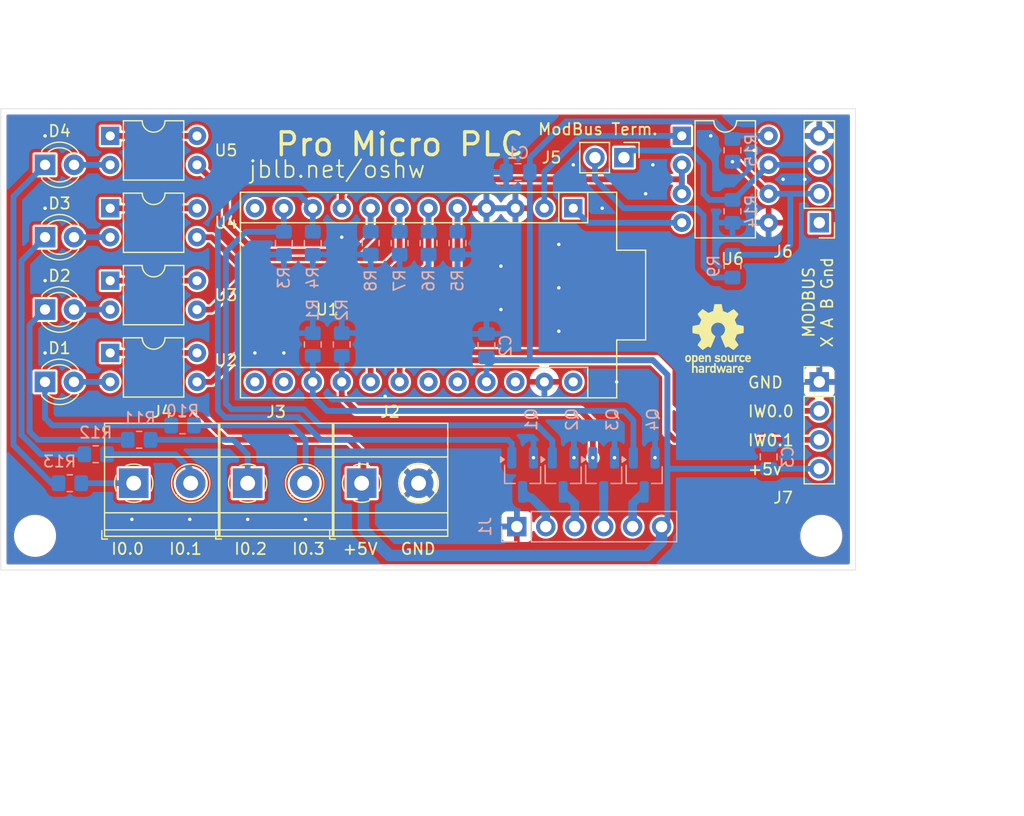
<source format=kicad_pcb>
(kicad_pcb (version 20240108) (generator "pcbnew") (generator_version "8.0")
  (title_block (comment 4 "AISLER Project ID: BNWXCBHY"))
  (layers (0 "F.Cu" signal) (31 "B.Cu" signal) (34 "B.Paste" user) (35 "F.Paste" user) (36 "B.SilkS" user "B.Silkscreen") (37 "F.SilkS" user "F.Silkscreen") (38 "B.Mask" user) (39 "F.Mask" user) (44 "Edge.Cuts" user))
  (net 0 "")
  (net 1 "Net-(J1-Pin_4)")
  (net 2 "Net-(J1-Pin_3)")
  (net 3 "GND")
  (net 4 "Net-(J1-Pin_5)")
  (net 5 "Net-(J1-Pin_2)")
  (net 6 "+5V")
  (net 7 "/QX0.0")
  (net 8 "/QX0.1")
  (net 9 "/QX0.3")
  (net 10 "/QX0.2")
  (net 12 "/IW0.1")
  (net 13 "/IX0.0")
  (net 16 "/IX0.1")
  (net 19 "/IW0.0")
  (net 20 "/IX0.2")
  (net 23 "/IX0.3")
  (net 24 "Net-(D1-Pad2)")
  (net 25 "Net-(D1-Pad1)")
  (net 26 "Net-(D2-Pad1)")
  (net 27 "Net-(D2-Pad2)")
  (net 28 "Net-(D3-Pad1)")
  (net 29 "Net-(D3-Pad2)")
  (net 30 "Net-(D4-Pad2)")
  (net 31 "Net-(D4-Pad1)")
  (net 32 "Net-(J3-Pin_2)")
  (net 33 "Net-(J3-Pin_1)")
  (net 34 "Net-(J4-Pin_1)")
  (net 35 "Net-(J4-Pin_2)")
  (net 36 "Net-(J5-Pin_2)")
  (net 37 "/Bus-")
  (net 38 "/Bus+")
  (net 40 "/RXD1")
  (net 41 "/TXD1")
  (net 42 "/DE")
  (footprint "Package_DIP:DIP-4_W7.62mm" (layer "F.Cu") (at 51.943 36.835)
    (property "Reference" "U4" (at 10.16 1.27 0) (layer "F.SilkS"))
    (property "Value" "PC817")
    (pad "1" thru_hole rect (at 0 0) (size 1.6 1.6) (drill 0.8) (layers "*.Cu" "*.Mask") (net 6 "+5V"))
    (pad "2" thru_hole oval (at 0 2.54) (size 1.6 1.6) (drill 0.8) (layers "*.Cu" "*.Mask") (net 29 "Net-(D3-Pad2)"))
    (pad "3" thru_hole oval (at 7.62 2.54) (size 1.6 1.6) (drill 0.8) (layers "*.Cu" "*.Mask") (net 20 "/IX0.2"))
    (pad "4" thru_hole oval (at 7.62 0) (size 1.6 1.6) (drill 0.8) (layers "*.Cu" "*.Mask") (net 6 "+5V"))
  )
  (footprint "LED_THT:LED_D3.0mm" (layer "F.Cu") (at 46.228 33.02)
    (property "Reference" "D4" (at 1.27 -2.96 0) (layer "F.SilkS"))
    (property "Value" "LED_3mm")
    (pad "1" thru_hole rect (at 0 0) (size 1.8 1.8) (drill 0.9) (layers "*.Cu" "*.Mask") (net 31 "Net-(D4-Pad1)"))
    (pad "2" thru_hole circle (at 2.54 0) (size 1.8 1.8) (drill 0.9) (layers "*.Cu" "*.Mask") (net 30 "Net-(D4-Pad2)"))
  )
  (footprint "LED_THT:LED_D3.0mm" (layer "F.Cu") (at 46.228 45.72)
    (property "Reference" "D2" (at 1.27 -2.96 0) (layer "F.SilkS"))
    (property "Value" "LED_3mm")
    (pad "1" thru_hole rect (at 0 0) (size 1.8 1.8) (drill 0.9) (layers "*.Cu" "*.Mask") (net 26 "Net-(D2-Pad1)"))
    (pad "2" thru_hole circle (at 2.54 0) (size 1.8 1.8) (drill 0.9) (layers "*.Cu" "*.Mask") (net 27 "Net-(D2-Pad2)"))
  )
  (footprint "Arduino:Sparkfun_Pro_Micro" (layer "F.Cu") (at 64.643 52.07 90)
    (property "Reference" "U1" (at 6.35 6.35 180) (layer "F.SilkS"))
    (property "Value" "Sparkfun_Pro_Micro")
    (pad "1" thru_hole rect (at 15.24 27.94 90) (size 1.6 1.6) (drill 0.8) (layers "*.Cu" "*.Mask") (net 41 "/TXD1"))
    (pad "2" thru_hole oval (at 15.24 25.4 90) (size 1.6 1.6) (drill 0.8) (layers "*.Cu" "*.Mask") (net 40 "/RXD1"))
    (pad "3" thru_hole oval (at 15.24 22.86 90) (size 1.6 1.6) (drill 0.8) (layers "*.Cu" "*.Mask") (net 3 "GND"))
    (pad "4" thru_hole oval (at 15.24 20.32 90) (size 1.6 1.6) (drill 0.8) (layers "*.Cu" "*.Mask") (net 3 "GND"))
    (pad "5" thru_hole oval (at 15.24 17.78 90) (size 1.6 1.6) (drill 0.8) (layers "*.Cu" "*.Mask") (net 13 "/IX0.0"))
    (pad "6" thru_hole oval (at 15.24 15.24 90) (size 1.6 1.6) (drill 0.8) (layers "*.Cu" "*.Mask") (net 16 "/IX0.1"))
    (pad "7" thru_hole oval (at 15.24 12.7 90) (size 1.6 1.6) (drill 0.8) (layers "*.Cu" "*.Mask") (net 20 "/IX0.2"))
    (pad "8" thru_hole oval (at 15.24 10.16 90) (size 1.6 1.6) (drill 0.8) (layers "*.Cu" "*.Mask") (net 23 "/IX0.3"))
    (pad "9" thru_hole oval (at 15.24 7.62 90) (size 1.6 1.6) (drill 0.8) (layers "*.Cu" "*.Mask") (net 42 "/DE"))
    (pad "10" thru_hole oval (at 15.24 5.08 90) (size 1.6 1.6) (drill 0.8) (layers "*.Cu" "*.Mask") (net 7 "/QX0.0"))
    (pad "11" thru_hole oval (at 15.24 2.54 90) (size 1.6 1.6) (drill 0.8) (layers "*.Cu" "*.Mask") (net 8 "/QX0.1"))
    (pad "12" thru_hole oval (at 15.24 0 90) (size 1.6 1.6) (drill 0.8) (layers "*.Cu" "*.Mask"))
    (pad "13" thru_hole oval (at 0 0 90) (size 1.6 1.6) (drill 0.8) (layers "*.Cu" "*.Mask"))
    (pad "14" thru_hole oval (at 0 2.54 90) (size 1.6 1.6) (drill 0.8) (layers "*.Cu" "*.Mask"))
    (pad "15" thru_hole oval (at 0 5.08 90) (size 1.6 1.6) (drill 0.8) (layers "*.Cu" "*.Mask") (net 10 "/QX0.2"))
    (pad "16" thru_hole oval (at 0 7.62 90) (size 1.6 1.6) (drill 0.8) (layers "*.Cu" "*.Mask") (net 9 "/QX0.3"))
    (pad "17" thru_hole oval (at 0 10.16 90) (size 1.6 1.6) (drill 0.8) (layers "*.Cu" "*.Mask") (net 19 "/IW0.0"))
    (pad "18" thru_hole oval (at 0 12.7 90) (size 1.6 1.6) (drill 0.8) (layers "*.Cu" "*.Mask") (net 12 "/IW0.1"))
    (pad "19" thru_hole oval (at 0 15.24 90) (size 1.6 1.6) (drill 0.8) (layers "*.Cu" "*.Mask"))
    (pad "20" thru_hole oval (at 0 17.78 90) (size 1.6 1.6) (drill 0.8) (layers "*.Cu" "*.Mask"))
    (pad "21" thru_hole oval (at 0 20.32 90) (size 1.6 1.6) (drill 0.8) (layers "*.Cu" "*.Mask") (net 6 "+5V"))
    (pad "22" thru_hole oval (at 0 22.86 90) (size 1.6 1.6) (drill 0.8) (layers "*.Cu" "*.Mask"))
    (pad "23" thru_hole oval (at 0 25.4 90) (size 1.6 1.6) (drill 0.8) (layers "*.Cu" "*.Mask") (net 3 "GND"))
    (pad "24" thru_hole oval (at 0 27.94 90) (size 1.6 1.6) (drill 0.8) (layers "*.Cu" "*.Mask"))
  )
  (footprint "MountingHole:MountingHole_3.2mm_M3_DIN965" (layer "F.Cu") (at 45.348 65.58)
    (property "Reference" "REF**" (hide yes))
    (property "Value" "MountingHole_3.2mm_M3_DIN965" (hide yes))
    (pad "" np_thru_hole circle (at 0 0) (size 3.2 3.2) (drill 3.2) (layers "*.Cu" "*.Mask"))
  )
  (footprint "Symbol:OSHW-Logo_5.7x6mm_SilkScreen" (layer "F.Cu") (at 105.283 48.26)
    (property "Reference" "REF**" (hide yes))
    (property "Value" "OSHW-Logo_5.7x6mm_SilkScreen" (hide yes))
  )
  (footprint "Connector_PinHeader_2.54mm:PinHeader_1x02_P2.54mm_Vertical" (layer "F.Cu") (at 97.028 32.385 -90)
    (property "Reference" "J5" (at 0 6.35 180) (layer "F.SilkS"))
    (property "Value" "Conn_01x02_Pin")
    (pad "1" thru_hole rect (at 0 0 270) (size 1.7 1.7) (drill 1) (layers "*.Cu" "*.Mask") (net 37 "/Bus-"))
    (pad "2" thru_hole oval (at 0 2.54 270) (size 1.7 1.7) (drill 1) (layers "*.Cu" "*.Mask") (net 36 "Net-(J5-Pin_2)"))
  )
  (footprint "LED_THT:LED_D3.0mm" (layer "F.Cu") (at 46.228 39.37)
    (property "Reference" "D3" (at 1.27 -2.96 0) (layer "F.SilkS"))
    (property "Value" "LED_3mm")
    (pad "1" thru_hole rect (at 0 0) (size 1.8 1.8) (drill 0.9) (layers "*.Cu" "*.Mask") (net 28 "Net-(D3-Pad1)"))
    (pad "2" thru_hole circle (at 2.54 0) (size 1.8 1.8) (drill 0.9) (layers "*.Cu" "*.Mask") (net 29 "Net-(D3-Pad2)"))
  )
  (footprint "MountingHole:MountingHole_3.2mm_M3_DIN965" (layer "F.Cu") (at 114.348 65.58)
    (property "Reference" "REF**" (hide yes))
    (property "Value" "MountingHole_3.2mm_M3_DIN965" (hide yes))
    (pad "" np_thru_hole circle (at 0 0) (size 3.2 3.2) (drill 3.2) (layers "*.Cu" "*.Mask"))
  )
  (footprint "TerminalBlock_Phoenix:TerminalBlock_Phoenix_MKDS-1,5-2_1x02_P5.00mm_Horizontal" (layer "F.Cu") (at 54.008 60.96)
    (property "Reference" "J4" (at 2.5 -6.26 0) (layer "F.SilkS"))
    (property "Value" "Conn_01x02_Socket")
    (pad "1" thru_hole rect (at 0 0) (size 2.6 2.6) (drill 1.3) (layers "*.Cu" "*.Mask") (net 34 "Net-(J4-Pin_1)"))
    (pad "2" thru_hole circle (at 5 0) (size 2.6 2.6) (drill 1.3) (layers "*.Cu" "*.Mask") (net 35 "Net-(J4-Pin_2)"))
  )
  (footprint "Package_DIP:DIP-4_W7.62mm" (layer "F.Cu") (at 51.943 43.185)
    (property "Reference" "U3" (at 10.16 1.27 0) (layer "F.SilkS"))
    (property "Value" "PC817")
    (pad "1" thru_hole rect (at 0 0) (size 1.6 1.6) (drill 0.8) (layers "*.Cu" "*.Mask") (net 6 "+5V"))
    (pad "2" thru_hole oval (at 0 2.54) (size 1.6 1.6) (drill 0.8) (layers "*.Cu" "*.Mask") (net 27 "Net-(D2-Pad2)"))
    (pad "3" thru_hole oval (at 7.62 2.54) (size 1.6 1.6) (drill 0.8) (layers "*.Cu" "*.Mask") (net 16 "/IX0.1"))
    (pad "4" thru_hole oval (at 7.62 0) (size 1.6 1.6) (drill 0.8) (layers "*.Cu" "*.Mask") (net 6 "+5V"))
  )
  (footprint "TerminalBlock_Phoenix:TerminalBlock_Phoenix_MKDS-1,5-2_1x02_P5.00mm_Horizontal" (layer "F.Cu") (at 64.008 60.96)
    (property "Reference" "J3" (at 2.5 -6.26 0) (layer "F.SilkS"))
    (property "Value" "Conn_01x02_Socket")
    (pad "1" thru_hole rect (at 0 0) (size 2.6 2.6) (drill 1.3) (layers "*.Cu" "*.Mask") (net 33 "Net-(J3-Pin_1)"))
    (pad "2" thru_hole circle (at 5 0) (size 2.6 2.6) (drill 1.3) (layers "*.Cu" "*.Mask") (net 32 "Net-(J3-Pin_2)"))
  )
  (footprint "Package_DIP:DIP-4_W7.62mm" (layer "F.Cu") (at 51.943 49.53)
    (property "Reference" "U2" (at 10.16 0.64 0) (layer "F.SilkS"))
    (property "Value" "PC817")
    (pad "1" thru_hole rect (at 0 0) (size 1.6 1.6) (drill 0.8) (layers "*.Cu" "*.Mask") (net 6 "+5V"))
    (pad "2" thru_hole oval (at 0 2.54) (size 1.6 1.6) (drill 0.8) (layers "*.Cu" "*.Mask") (net 24 "Net-(D1-Pad2)"))
    (pad "3" thru_hole oval (at 7.62 2.54) (size 1.6 1.6) (drill 0.8) (layers "*.Cu" "*.Mask") (net 13 "/IX0.0"))
    (pad "4" thru_hole oval (at 7.62 0) (size 1.6 1.6) (drill 0.8) (layers "*.Cu" "*.Mask") (net 6 "+5V"))
  )
  (footprint "Package_DIP:DIP-4_W7.62mm" (layer "F.Cu") (at 51.943 30.485)
    (property "Reference" "U5" (at 10.16 1.27 0) (layer "F.SilkS"))
    (property "Value" "PC817")
    (pad "1" thru_hole rect (at 0 0) (size 1.6 1.6) (drill 0.8) (layers "*.Cu" "*.Mask") (net 6 "+5V"))
    (pad "2" thru_hole oval (at 0 2.54) (size 1.6 1.6) (drill 0.8) (layers "*.Cu" "*.Mask") (net 30 "Net-(D4-Pad2)"))
    (pad "3" thru_hole oval (at 7.62 2.54) (size 1.6 1.6) (drill 0.8) (layers "*.Cu" "*.Mask") (net 23 "/IX0.3"))
    (pad "4" thru_hole oval (at 7.62 0) (size 1.6 1.6) (drill 0.8) (layers "*.Cu" "*.Mask") (net 6 "+5V"))
  )
  (footprint "LED_THT:LED_D3.0mm" (layer "F.Cu") (at 46.223 52.07)
    (property "Reference" "D1" (at 1.27 -2.96 0) (layer "F.SilkS"))
    (property "Value" "LED_3mm")
    (pad "1" thru_hole rect (at 0 0) (size 1.8 1.8) (drill 0.9) (layers "*.Cu" "*.Mask") (net 25 "Net-(D1-Pad1)"))
    (pad "2" thru_hole circle (at 2.54 0) (size 1.8 1.8) (drill 0.9) (layers "*.Cu" "*.Mask") (net 24 "Net-(D1-Pad2)"))
  )
  (footprint "Connector_PinHeader_2.54mm:PinHeader_1x04_P2.54mm_Vertical" (layer "F.Cu") (at 114.173 38.1 180)
    (property "Reference" "J6" (at 3.175 -2.54 0) (layer "F.SilkS"))
    (property "Value" "Conn_01x04_Pin")
    (pad "1" thru_hole rect (at 0 0 180) (size 1.7 1.7) (drill 1) (layers "*.Cu" "*.Mask"))
    (pad "2" thru_hole oval (at 0 2.54 180) (size 1.7 1.7) (drill 1) (layers "*.Cu" "*.Mask") (net 38 "/Bus+"))
    (pad "3" thru_hole oval (at 0 5.08 180) (size 1.7 1.7) (drill 1) (layers "*.Cu" "*.Mask") (net 37 "/Bus-"))
    (pad "4" thru_hole oval (at 0 7.62 180) (size 1.7 1.7) (drill 1) (layers "*.Cu" "*.Mask") (net 3 "GND"))
  )
  (footprint "Package_DIP:DIP-8_W7.62mm" (layer "F.Cu") (at 102.108 30.48)
    (property "Reference" "U6" (at 4.445 10.795 0) (layer "F.SilkS"))
    (property "Value" "MAX485E")
    (pad "1" thru_hole rect (at 0 0) (size 1.6 1.6) (drill 0.8) (layers "*.Cu" "*.Mask") (net 40 "/RXD1"))
    (pad "2" thru_hole oval (at 0 2.54) (size 1.6 1.6) (drill 0.8) (layers "*.Cu" "*.Mask") (net 42 "/DE"))
    (pad "3" thru_hole oval (at 0 5.08) (size 1.6 1.6) (drill 0.8) (layers "*.Cu" "*.Mask") (net 42 "/DE"))
    (pad "4" thru_hole oval (at 0 7.62) (size 1.6 1.6) (drill 0.8) (layers "*.Cu" "*.Mask") (net 41 "/TXD1"))
    (pad "5" thru_hole oval (at 7.62 7.62) (size 1.6 1.6) (drill 0.8) (layers "*.Cu" "*.Mask") (net 3 "GND"))
    (pad "6" thru_hole oval (at 7.62 5.08) (size 1.6 1.6) (drill 0.8) (layers "*.Cu" "*.Mask") (net 38 "/Bus+"))
    (pad "7" thru_hole oval (at 7.62 2.54) (size 1.6 1.6) (drill 0.8) (layers "*.Cu" "*.Mask") (net 37 "/Bus-"))
    (pad "8" thru_hole oval (at 7.62 0) (size 1.6 1.6) (drill 0.8) (layers "*.Cu" "*.Mask") (net 6 "+5V"))
  )
  (footprint "Connector_PinHeader_2.54mm:PinHeader_1x04_P2.54mm_Vertical" (layer "F.Cu") (at 114.173 52.07)
    (property "Reference" "J7" (at -3.175 10.16 0) (layer "F.SilkS"))
    (property "Value" "Conn_01x04_Pin")
    (pad "1" thru_hole rect (at 0 0) (size 1.7 1.7) (drill 1) (layers "*.Cu" "*.Mask") (net 3 "GND"))
    (pad "2" thru_hole oval (at 0 2.54) (size 1.7 1.7) (drill 1) (layers "*.Cu" "*.Mask") (net 19 "/IW0.0"))
    (pad "3" thru_hole oval (at 0 5.08) (size 1.7 1.7) (drill 1) (layers "*.Cu" "*.Mask") (net 12 "/IW0.1"))
    (pad "4" thru_hole oval (at 0 7.62) (size 1.7 1.7) (drill 1) (layers "*.Cu" "*.Mask") (net 6 "+5V"))
  )
  (footprint "TerminalBlock_Phoenix:TerminalBlock_Phoenix_MKDS-1,5-2_1x02_P5.00mm_Horizontal" (layer "F.Cu") (at 74.008 60.96)
    (property "Reference" "J2" (at 2.5 -6.26 0) (layer "F.SilkS"))
    (property "Value" "Conn_01x02_Socket")
    (pad "1" thru_hole rect (at 0 0) (size 2.6 2.6) (drill 1.3) (layers "*.Cu" "*.Mask") (net 6 "+5V"))
    (pad "2" thru_hole circle (at 5 0) (size 2.6 2.6) (drill 1.3) (layers "*.Cu" "*.Mask") (net 3 "GND"))
  )
  (footprint "Resistor_SMD:R_0805_2012Metric_Pad1.20x1.40mm_HandSolder" (layer "B.Cu") (at 72.263 48.784 -90)
    (property "Reference" "R2" (at -3.032 0 90) (layer "B.SilkS") (effects (justify mirror)))
    (property "Value" "10k")
    (pad "1" smd roundrect (at -1 0 270) (size 1.2 1.4) (layers "B.Cu" "B.Paste" "B.Mask") (roundrect_rratio 0.208333) (net 3 "GND"))
    (pad "2" smd roundrect (at 1 0 270) (size 1.2 1.4) (layers "B.Cu" "B.Paste" "B.Mask") (roundrect_rratio 0.208333) (net 9 "/QX0.3"))
  )
  (footprint "Capacitor_SMD:C_0805_2012Metric_Pad1.18x1.45mm_HandSolder" (layer "B.Cu") (at 87.7355 33.655 180)
    (property "Reference" "C1" (at 0 1.68 0) (layer "B.SilkS") (effects (justify mirror)))
    (property "Value" "100nF")
    (pad "1" smd roundrect (at -1.0375 0 180) (size 1.175 1.45) (layers "B.Cu" "B.Paste" "B.Mask") (roundrect_rratio 0.212766) (net 6 "+5V"))
    (pad "2" smd roundrect (at 1.0375 0 180) (size 1.175 1.45) (layers "B.Cu" "B.Paste" "B.Mask") (roundrect_rratio 0.212766) (net 3 "GND"))
  )
  (footprint "Resistor_SMD:R_0805_2012Metric_Pad1.20x1.40mm_HandSolder" (layer "B.Cu") (at 69.723 39.894 90)
    (property "Reference" "R4" (at -3.032 0 90) (layer "B.SilkS") (effects (justify mirror)))
    (property "Value" "10k")
    (pad "1" smd roundrect (at -1 0 90) (size 1.2 1.4) (layers "B.Cu" "B.Paste" "B.Mask") (roundrect_rratio 0.208333) (net 3 "GND"))
    (pad "2" smd roundrect (at 1 0 90) (size 1.2 1.4) (layers "B.Cu" "B.Paste" "B.Mask") (roundrect_rratio 0.208333) (net 7 "/QX0.0"))
  )
  (footprint "Resistor_SMD:R_0805_2012Metric_Pad1.20x1.40mm_HandSolder" (layer "B.Cu") (at 106.553 41.91 -90)
    (property "Reference" "R9" (at 0 1.65 90) (layer "B.SilkS") (effects (justify mirror)))
    (property "Value" "120")
    (pad "1" smd roundrect (at -1 0 270) (size 1.2 1.4) (layers "B.Cu" "B.Paste" "B.Mask") (roundrect_rratio 0.208333) (net 38 "/Bus+"))
    (pad "2" smd roundrect (at 1 0 270) (size 1.2 1.4) (layers "B.Cu" "B.Paste" "B.Mask") (roundrect_rratio 0.208333) (net 36 "Net-(J5-Pin_2)"))
  )
  (footprint "Resistor_SMD:R_0805_2012Metric_Pad1.20x1.40mm_HandSolder" (layer "B.Cu") (at 50.673 58.42)
    (property "Reference" "R12" (at 0 -1.905 0) (layer "B.SilkS") (effects (justify mirror)))
    (property "Value" "100")
    (pad "1" smd roundrect (at -1 0) (size 1.2 1.4) (layers "B.Cu" "B.Paste" "B.Mask") (roundrect_rratio 0.208333) (net 28 "Net-(D3-Pad1)"))
    (pad "2" smd roundrect (at 1 0) (size 1.2 1.4) (layers "B.Cu" "B.Paste" "B.Mask") (roundrect_rratio 0.208333) (net 35 "Net-(J4-Pin_2)"))
  )
  (footprint "Package_TO_SOT_SMD:SOT-23_Handsoldering" (layer "B.Cu") (at 91.694 60.222 -90)
    (property "Reference" "Q2" (at -4.85 -0.762 90) (layer "B.SilkS") (effects (justify mirror)))
    (property "Value" "2N7002K" (hide yes))
    (pad "1" smd roundrect (at -1.5 0.95 270) (size 1.9 0.8) (layers "B.Cu" "B.Paste" "B.Mask") (net 8 "/QX0.1"))
    (pad "2" smd roundrect (at -1.5 -0.95 270) (size 1.9 0.8) (layers "B.Cu" "B.Paste" "B.Mask") (net 3 "GND"))
    (pad "3" smd roundrect (at 1.5 0 270) (size 1.9 0.8) (layers "B.Cu" "B.Paste" "B.Mask") (net 2 "Net-(J1-Pin_3)"))
  )
  (footprint "Resistor_SMD:R_0805_2012Metric_Pad1.20x1.40mm_HandSolder" (layer "B.Cu") (at 69.723 48.784 -90)
    (property "Reference" "R1" (at -3.032 0 90) (layer "B.SilkS") (effects (justify mirror)))
    (property "Value" "10k")
    (pad "1" smd roundrect (at -1 0 270) (size 1.2 1.4) (layers "B.Cu" "B.Paste" "B.Mask") (roundrect_rratio 0.208333) (net 3 "GND"))
    (pad "2" smd roundrect (at 1 0 270) (size 1.2 1.4) (layers "B.Cu" "B.Paste" "B.Mask") (roundrect_rratio 0.208333) (net 10 "/QX0.2"))
  )
  (footprint "Resistor_SMD:R_0805_2012Metric_Pad1.20x1.40mm_HandSolder" (layer "B.Cu") (at 58.293 55.88)
    (property "Reference" "R10" (at 0 -1.27 0) (layer "B.SilkS") (effects (justify mirror)))
    (property "Value" "100")
    (pad "1" smd roundrect (at -1 0) (size 1.2 1.4) (layers "B.Cu" "B.Paste" "B.Mask") (roundrect_rratio 0.208333) (net 25 "Net-(D1-Pad1)"))
    (pad "2" smd roundrect (at 1 0) (size 1.2 1.4) (layers "B.Cu" "B.Paste" "B.Mask") (roundrect_rratio 0.208333) (net 32 "Net-(J3-Pin_2)"))
  )
  (footprint "Resistor_SMD:R_0805_2012Metric_Pad1.20x1.40mm_HandSolder" (layer "B.Cu") (at 54.483 57.15)
    (property "Reference" "R11" (at 0 -1.905 0) (layer "B.SilkS") (effects (justify mirror)))
    (property "Value" "100")
    (pad "1" smd roundrect (at -1 0) (size 1.2 1.4) (layers "B.Cu" "B.Paste" "B.Mask") (roundrect_rratio 0.208333) (net 26 "Net-(D2-Pad1)"))
    (pad "2" smd roundrect (at 1 0) (size 1.2 1.4) (layers "B.Cu" "B.Paste" "B.Mask") (roundrect_rratio 0.208333) (net 33 "Net-(J3-Pin_1)"))
  )
  (footprint "Capacitor_SMD:C_0805_2012Metric_Pad1.18x1.45mm_HandSolder" (layer "B.Cu") (at 84.963 48.895 90)
    (property "Reference" "C2" (at 0 1.68 90) (layer "B.SilkS") (effects (justify mirror)))
    (property "Value" "100nF")
    (pad "1" smd roundrect (at -1.0375 0 90) (size 1.175 1.45) (layers "B.Cu" "B.Paste" "B.Mask") (roundrect_rratio 0.212766) (net 6 "+5V"))
    (pad "2" smd roundrect (at 1.0375 0 90) (size 1.175 1.45) (layers "B.Cu" "B.Paste" "B.Mask") (roundrect_rratio 0.212766) (net 3 "GND"))
  )
  (footprint "Resistor_SMD:R_0805_2012Metric_Pad1.20x1.40mm_HandSolder" (layer "B.Cu") (at 74.803 39.894 -90)
    (property "Reference" "R8" (at 3.286 0 90) (layer "B.SilkS") (effects (justify mirror)))
    (property "Value" "4k7")
    (pad "1" smd roundrect (at -1 0 270) (size 1.2 1.4) (layers "B.Cu" "B.Paste" "B.Mask") (roundrect_rratio 0.208333) (net 23 "/IX0.3"))
    (pad "2" smd roundrect (at 1 0 270) (size 1.2 1.4) (layers "B.Cu" "B.Paste" "B.Mask") (roundrect_rratio 0.208333) (net 3 "GND"))
  )
  (footprint "Resistor_SMD:R_0805_2012Metric_Pad1.20x1.40mm_HandSolder" (layer "B.Cu") (at 79.883 39.894 -90)
    (property "Reference" "R6" (at 3.286 0 90) (layer "B.SilkS") (effects (justify mirror)))
    (property "Value" "4k7")
    (pad "1" smd roundrect (at -1 0 270) (size 1.2 1.4) (layers "B.Cu" "B.Paste" "B.Mask") (roundrect_rratio 0.208333) (net 16 "/IX0.1"))
    (pad "2" smd roundrect (at 1 0 270) (size 1.2 1.4) (layers "B.Cu" "B.Paste" "B.Mask") (roundrect_rratio 0.208333) (net 3 "GND"))
  )
  (footprint "Resistor_SMD:R_0805_2012Metric_Pad1.20x1.40mm_HandSolder" (layer "B.Cu") (at 106.553 31.75 90)
    (property "Reference" "R15" (at 0 1.65 90) (layer "B.SilkS") (effects (justify mirror)))
    (property "Value" "20k")
    (pad "1" smd roundrect (at -1 0 90) (size 1.2 1.4) (layers "B.Cu" "B.Paste" "B.Mask") (roundrect_rratio 0.208333) (net 38 "/Bus+"))
    (pad "2" smd roundrect (at 1 0 90) (size 1.2 1.4) (layers "B.Cu" "B.Paste" "B.Mask") (roundrect_rratio 0.208333) (net 6 "+5V"))
  )
  (footprint "Resistor_SMD:R_0805_2012Metric_Pad1.20x1.40mm_HandSolder" (layer "B.Cu") (at 82.423 39.894 -90)
    (property "Reference" "R5" (at 3.286 0 90) (layer "B.SilkS") (effects (justify mirror)))
    (property "Value" "4k7")
    (pad "1" smd roundrect (at -1 0 270) (size 1.2 1.4) (layers "B.Cu" "B.Paste" "B.Mask") (roundrect_rratio 0.208333) (net 13 "/IX0.0"))
    (pad "2" smd roundrect (at 1 0 270) (size 1.2 1.4) (layers "B.Cu" "B.Paste" "B.Mask") (roundrect_rratio 0.208333) (net 3 "GND"))
  )
  (footprint "Package_TO_SOT_SMD:SOT-23_Handsoldering" (layer "B.Cu") (at 88.138 60.222 -90)
    (property "Reference" "Q1" (at -4.85 -0.762 90) (layer "B.SilkS") (effects (justify mirror)))
    (property "Value" "2N7002K" (hide yes))
    (pad "1" smd roundrect (at -1.5 0.95 270) (size 1.9 0.8) (layers "B.Cu" "B.Paste" "B.Mask") (net 7 "/QX0.0"))
    (pad "2" smd roundrect (at -1.5 -0.95 270) (size 1.9 0.8) (layers "B.Cu" "B.Paste" "B.Mask") (net 3 "GND"))
    (pad "3" smd roundrect (at 1.5 0 270) (size 1.9 0.8) (layers "B.Cu" "B.Paste" "B.Mask") (net 5 "Net-(J1-Pin_2)"))
  )
  (footprint "Capacitor_SMD:C_0805_2012Metric_Pad1.18x1.45mm_HandSolder" (layer "B.Cu") (at 109.728 58.6525 90)
    (property "Reference" "C3" (at 0 1.68 90) (layer "B.SilkS") (effects (justify mirror)))
    (property "Value" "100nF")
    (pad "1" smd roundrect (at -1.0375 0 90) (size 1.175 1.45) (layers "B.Cu" "B.Paste" "B.Mask") (roundrect_rratio 0.212766) (net 6 "+5V"))
    (pad "2" smd roundrect (at 1.0375 0 90) (size 1.175 1.45) (layers "B.Cu" "B.Paste" "B.Mask") (roundrect_rratio 0.212766) (net 3 "GND"))
  )
  (footprint "Resistor_SMD:R_0805_2012Metric_Pad1.20x1.40mm_HandSolder" (layer "B.Cu") (at 48.403 60.96)
    (property "Reference" "R13" (at -0.905 -1.905 0) (layer "B.SilkS") (effects (justify mirror)))
    (property "Value" "100")
    (pad "1" smd roundrect (at -1 0) (size 1.2 1.4) (layers "B.Cu" "B.Paste" "B.Mask") (roundrect_rratio 0.208333) (net 31 "Net-(D4-Pad1)"))
    (pad "2" smd roundrect (at 1 0) (size 1.2 1.4) (layers "B.Cu" "B.Paste" "B.Mask") (roundrect_rratio 0.208333) (net 34 "Net-(J4-Pin_1)"))
  )
  (footprint "Resistor_SMD:R_0805_2012Metric_Pad1.20x1.40mm_HandSolder" (layer "B.Cu") (at 106.553 37.1 90)
    (property "Reference" "R14" (at 0 1.65 90) (layer "B.SilkS") (effects (justify mirror)))
    (property "Value" "20k")
    (pad "1" smd roundrect (at -1 0 90) (size 1.2 1.4) (layers "B.Cu" "B.Paste" "B.Mask") (roundrect_rratio 0.208333) (net 3 "GND"))
    (pad "2" smd roundrect (at 1 0 90) (size 1.2 1.4) (layers "B.Cu" "B.Paste" "B.Mask") (roundrect_rratio 0.208333) (net 37 "/Bus-"))
  )
  (footprint "Package_TO_SOT_SMD:SOT-23_Handsoldering" (layer "B.Cu") (at 95.25 60.222 -90)
    (property "Reference" "Q3" (at -4.85 -0.762 90) (layer "B.SilkS") (effects (justify mirror)))
    (property "Value" "2N7002K")
    (pad "1" smd roundrect (at -1.5 0.95 270) (size 1.9 0.8) (layers "B.Cu" "B.Paste" "B.Mask") (net 9 "/QX0.3"))
    (pad "2" smd roundrect (at -1.5 -0.95 270) (size 1.9 0.8) (layers "B.Cu" "B.Paste" "B.Mask") (net 3 "GND"))
    (pad "3" smd roundrect (at 1.5 0 270) (size 1.9 0.8) (layers "B.Cu" "B.Paste" "B.Mask") (net 1 "Net-(J1-Pin_4)"))
  )
  (footprint "Resistor_SMD:R_0805_2012Metric_Pad1.20x1.40mm_HandSolder" (layer "B.Cu") (at 67.183 39.894 90)
    (property "Reference" "R3" (at -3.032 0 90) (layer "B.SilkS") (effects (justify mirror)))
    (property "Value" "10k")
    (pad "1" smd roundrect (at -1 0 90) (size 1.2 1.4) (layers "B.Cu" "B.Paste" "B.Mask") (roundrect_rratio 0.208333) (net 3 "GND"))
    (pad "2" smd roundrect (at 1 0 90) (size 1.2 1.4) (layers "B.Cu" "B.Paste" "B.Mask") (roundrect_rratio 0.208333) (net 8 "/QX0.1"))
  )
  (footprint "Package_TO_SOT_SMD:SOT-23_Handsoldering" (layer "B.Cu") (at 98.806 60.222 -90)
    (property "Reference" "Q4" (at -4.85 -0.762 90) (layer "B.SilkS") (effects (justify mirror)))
    (property "Value" "2N7002K")
    (pad "1" smd roundrect (at -1.5 0.95 270) (size 1.9 0.8) (layers "B.Cu" "B.Paste" "B.Mask") (net 10 "/QX0.2"))
    (pad "2" smd roundrect (at -1.5 -0.95 270) (size 1.9 0.8) (layers "B.Cu" "B.Paste" "B.Mask") (net 3 "GND"))
    (pad "3" smd roundrect (at 1.5 0 270) (size 1.9 0.8) (layers "B.Cu" "B.Paste" "B.Mask") (net 4 "Net-(J1-Pin_5)"))
  )
  (footprint "Resistor_SMD:R_0805_2012Metric_Pad1.20x1.40mm_HandSolder" (layer "B.Cu") (at 77.343 39.894 -90)
    (property "Reference" "R7" (at 3.286 0 90) (layer "B.SilkS") (effects (justify mirror)))
    (property "Value" "4k7")
    (pad "1" smd roundrect (at -1 0 270) (size 1.2 1.4) (layers "B.Cu" "B.Paste" "B.Mask") (roundrect_rratio 0.208333) (net 20 "/IX0.2"))
    (pad "2" smd roundrect (at 1 0 270) (size 1.2 1.4) (layers "B.Cu" "B.Paste" "B.Mask") (roundrect_rratio 0.208333) (net 3 "GND"))
  )
  (footprint "Connector_PinSocket_2.54mm:PinSocket_1x06_P2.54mm_Vertical" (layer "B.Cu") (at 87.63 64.77 -90)
    (property "Reference" "J1" (at 0 2.77 90) (layer "B.SilkS") (effects (justify mirror)))
    (property "Value" "Conn_01x06_Pin")
    (pad "1" thru_hole rect (at 0 0 270) (size 1.7 1.7) (drill 1) (layers "*.Cu" "*.Mask") (net 3 "GND"))
    (pad "2" thru_hole oval (at 0 -2.54 270) (size 1.7 1.7) (drill 1) (layers "*.Cu" "*.Mask") (net 5 "Net-(J1-Pin_2)"))
    (pad "3" thru_hole oval (at 0 -5.08 270) (size 1.7 1.7) (drill 1) (layers "*.Cu" "*.Mask") (net 2 "Net-(J1-Pin_3)"))
    (pad "4" thru_hole oval (at 0 -7.62 270) (size 1.7 1.7) (drill 1) (layers "*.Cu" "*.Mask") (net 1 "Net-(J1-Pin_4)"))
    (pad "5" thru_hole oval (at 0 -10.16 270) (size 1.7 1.7) (drill 1) (layers "*.Cu" "*.Mask") (net 4 "Net-(J1-Pin_5)"))
    (pad "6" thru_hole oval (at 0 -12.7 270) (size 1.7 1.7) (drill 1) (layers "*.Cu" "*.Mask") (net 6 "+5V"))
  )
  (gr_rect (start 42.348 28.105) (end 117.348 68.58) (stroke (width 0.05)) (fill none) (layer "Edge.Cuts"))
  (gr_text "+5V" (at 72.263 67.31 0) (layer "F.SilkS") (effects (font (size 1 1)) (justify left bottom)))
  (gr_text "+5v" (at 107.823 60.325 0) (layer "F.SilkS") (effects (font (size 1 1)) (justify left bottom)))
  (gr_text "I0.0\n" (at 51.943 67.31 0) (layer "F.SilkS") (effects (font (size 1 1)) (justify left bottom)))
  (gr_text "IW0.1" (at 107.823 57.785 0) (layer "F.SilkS") (effects (font (size 1 1)) (justify left bottom)))
  (gr_text "Pro Micro PLC" (at 77.343 32.385 0) (layer "F.SilkS") (effects (font (size 2 2) (thickness 0.3)) (justify bottom)))
  (gr_text "ModBus Term." (at 89.408 30.48 0) (layer "F.SilkS") (effects (font (size 1 1)) (justify left bottom)))
  (gr_text "IW0.0" (at 107.823 55.245 0) (layer "F.SilkS") (effects (font (size 1 1)) (justify left bottom)))
  (gr_text "I0.2" (at 62.738 67.31 0) (layer "F.SilkS") (effects (font (size 1 1)) (justify left bottom)))
  (gr_text "jblb.net/oshw" (at 64.008 34.29 0) (layer "F.SilkS") (effects (font (size 1.5 1.5)) (justify left bottom)))
  (gr_text "MODBUS\nX A B Gnd" (at 115.443 45.085 90) (layer "F.SilkS") (effects (font (size 1 1)) (justify bottom)))
  (gr_text "I0.3" (at 67.818 67.31 0) (layer "F.SilkS") (effects (font (size 1 1)) (justify left bottom)))
  (gr_text "I0.1" (at 57.023 67.31 0) (layer "F.SilkS") (effects (font (size 1 1)) (justify left bottom)))
  (gr_text "GND" (at 77.343 67.31 0) (layer "F.SilkS") (effects (font (size 1 1)) (justify left bottom)))
  (gr_text "GND" (at 107.823 52.705 0) (layer "F.SilkS") (effects (font (size 1 1)) (justify left bottom)))
  (segment (start 95.25 64.77) (end 95.25 61.722) (width 0.762) (layer "B.Cu") (net 1))
  (segment (start 92.71 62.738) (end 91.694 61.722) (width 0.762) (layer "B.Cu") (net 2))
  (segment (start 92.71 64.77) (end 92.71 62.738) (width 0.762) (layer "B.Cu") (net 2))
  (via (at 92.583 33.02) (size 0.6) (drill 0.3) (layers "F.Cu" "B.Cu") (net 3))
  (via (at 76.073 53.34) (size 0.6) (drill 0.3) (layers "F.Cu" "B.Cu") (net 3))
  (via (at 96.393 52.07) (size 0.6) (drill 0.3) (layers "F.Cu" "B.Cu") (net 3))
  (via (at 64.643 49.53) (size 0.6) (drill 0.3) (layers "F.Cu" "B.Cu") (net 3))
  (via (at 46.228 49.53) (size 0.6) (drill 0.3) (layers "F.Cu" "B.Cu") (net 3))
  (via (at 89.088 58.722) (size 0.8) (drill 0.3) (layers "F.Cu" "B.Cu") (net 3))
  (via (at 99.756 58.722) (size 0.8) (drill 0.3) (layers "F.Cu" "B.Cu") (net 3))
  (via (at 46.228 43.18) (size 0.6) (drill 0.3) (layers "F.Cu" "B.Cu") (net 3))
  (via (at 98.933 35.56) (size 0.6) (drill 0.3) (layers "F.Cu" "B.Cu") (net 3))
  (via (at 46.228 30.48) (size 0.6) (drill 0.3) (layers "F.Cu" "B.Cu") (net 3))
  (via (at 58.928 64.135) (size 0.6) (drill 0.3) (layers "F.Cu" "B.Cu") (net 3))
  (via (at 95.123 36.83) (size 0.6) (drill 0.3) (layers "F.Cu" "B.Cu") (net 3))
  (via (at 91.313 43.815) (size 0.6) (drill 0.3) (layers "F.Cu" "B.Cu") (net 3))
  (via (at 92.644 58.722) (size 0.8) (drill 0.3) (layers "F.Cu" "B.Cu") (net 3))
  (via (at 86.233 45.72) (size 0.6) (drill 0.3) (layers "F.Cu" "B.Cu") (net 3))
  (via (at 112.903 34.29) (size 0.6) (drill 0.3) (layers "F.Cu" "B.Cu") (net 3))
  (via (at 67.183 49.53) (size 0.6) (drill 0.3) (layers "F.Cu" "B.Cu") (net 3))
  (via (at 64.008 64.135) (size 0.6) (drill 0.3) (layers "F.Cu" "B.Cu") (net 3))
  (via (at 108.458 31.75) (size 0.6) (drill 0.3) (layers "F.Cu" "B.Cu") (net 3))
  (via (at 91.313 40.005) (size 0.6) (drill 0.3) (layers "F.Cu" "B.Cu") (net 3))
  (via (at 69.088 64.135) (size 0.6) (drill 0.3) (layers "F.Cu" "B.Cu") (net 3))
  (via (at 72.263 39.37) (size 0.6) (drill 0.3) (layers "F.Cu" "B.Cu") (net 3))
  (via (at 53.848 64.135) (size 0.6) (drill 0.3) (layers "F.Cu" "B.Cu") (net 3))
  (via (at 46.228 36.83) (size 0.6) (drill 0.3) (layers "F.Cu" "B.Cu") (net 3))
  (via (at 86.233 41.91) (size 0.6) (drill 0.3) (layers "F.Cu" "B.Cu") (net 3))
  (via (at 96.2 58.722) (size 0.8) (drill 0.3) (layers "F.Cu" "B.Cu") (net 3))
  (via (at 110.998 34.29) (size 0.6) (drill 0.3) (layers "F.Cu" "B.Cu") (net 3))
  (via (at 91.313 47.625) (size 0.6) (drill 0.3) (layers "F.Cu" "B.Cu") (net 3))
  (via (at 99.568 33.02) (size 0.6) (drill 0.3) (layers "F.Cu" "B.Cu") (net 3))
  (via (at 104.648 30.48) (size 0.6) (drill 0.3) (layers "F.Cu" "B.Cu") (net 3))
  (segment (start 84.963 36.83) (end 87.503 36.83) (width 0.508) (layer "B.Cu") (net 3))
  (segment (start 106.553 38.1) (end 109.728 38.1) (width 0.508) (layer "B.Cu") (net 3))
  (segment (start 79.248 60.96) (end 83.058 64.77) (width 0.508) (layer "B.Cu") (net 3))
  (segment (start 83.058 64.77) (end 87.63 64.77) (width 0.508) (layer "B.Cu") (net 3))
  (segment (start 97.79 64.77) (end 97.79 62.738) (width 0.762) (layer "B.Cu") (net 4))
  (segment (start 97.79 62.738) (end 98.806 61.722) (width 0.762) (layer "B.Cu") (net 4))
  (segment (start 88.9 62.23) (end 88.646 62.23) (width 0.762) (layer "B.Cu") (net 5))
  (segment (start 88.646 62.23) (end 88.138 61.722) (width 0.762) (layer "B.Cu") (net 5))
  (segment (start 90.17 63.5) (end 88.9 62.23) (width 0.762) (layer "B.Cu") (net 5))
  (segment (start 90.17 64.77) (end 90.17 63.5) (width 0.762) (layer "B.Cu") (net 5))
  (segment (start 51.943 49.53) (end 54.483 49.53) (width 0.508) (layer "F.Cu") (net 6))
  (segment (start 51.943 43.185) (end 59.563 43.185) (width 0.508) (layer "F.Cu") (net 6))
  (segment (start 55.753 49.53) (end 55.753 50.8) (width 0.508) (layer "F.Cu") (net 6))
  (segment (start 54.483 49.53) (end 59.563 49.53) (width 0.508) (layer "F.Cu") (net 6))
  (segment (start 51.943 36.835) (end 54.483 36.835) (width 0.508) (layer "F.Cu") (net 6))
  (segment (start 55.753 49.53) (end 55.753 36.835) (width 0.508) (layer "F.Cu") (net 6))
  (segment (start 54.483 49.53) (end 55.753 49.53) (width 0.508) (layer "F.Cu") (net 6))
  (segment (start 54.483 36.835) (end 55.753 36.835) (width 0.508) (layer "F.Cu") (net 6))
  (segment (start 51.943 30.485) (end 59.563 30.485) (width 0.508) (layer "F.Cu") (net 6))
  (segment (start 59.563 36.835) (end 54.483 36.835) (width 0.508) (layer "F.Cu") (net 6))
  (segment (start 62.108 57.15) (end 72.898 57.15) (width 0.508) (layer "F.Cu") (net 6))
  (segment (start 72.898 57.15) (end 74.168 58.42) (width 0.508) (layer "F.Cu") (net 6))
  (segment (start 55.753 50.795) (end 62.108 57.15) (width 0.508) (layer "F.Cu") (net 6))
  (segment (start 74.168 58.42) (end 74.168 60.96) (width 0.508) (layer "F.Cu") (net 6))
  (segment (start 55.753 36.835) (end 55.753 30.485) (width 0.508) (layer "F.Cu") (net 6))
  (segment (start 109.728 30.48) (end 106.823 30.48) (width 0.508) (layer "B.Cu") (net 6))
  (segment (start 88.773 32.385) (end 88.773 50.165) (width 0.508) (layer "B.Cu") (net 6))
  (segment (start 85.598 50.165) (end 88.773 50.165) (width 0.508) (layer "B.Cu") (net 6))
  (segment (start 74.168 65.024) (end 76.454 67.31) (width 1.016) (layer "B.Cu") (net 6))
  (segment (start 74.168 60.96) (end 74.168 65.024) (width 1.016) (layer "B.Cu") (net 6))
  (segment (start 106.553 30.75) (end 105.013 29.21) (width 0.508) (layer "B.Cu") (net 6))
  (segment (start 99.568 50.165) (end 100.838 51.435) (width 0.508) (layer "B.Cu") (net 6))
  (segment (start 100.33 66.04) (end 100.33 64.77) (width 1.016) (layer "B.Cu") (net 6))
  (segment (start 76.454 67.31) (end 99.06 67.31) (width 1.016) (layer "B.Cu") (net 6))
  (segment (start 91.948 29.21) (end 88.773 32.385) (width 0.508) (layer "B.Cu") (net 6))
  (segment (start 85.598 50.165) (end 84.963 50.8) (width 0.508) (layer "B.Cu") (net 6))
  (segment (start 114.173 59.69) (end 100.838 59.69) (width 0.508) (layer "B.Cu") (net 6))
  (segment (start 88.773 50.165) (end 99.568 50.165) (width 0.508) (layer "B.Cu") (net 6))
  (segment (start 100.838 51.435) (end 100.838 64.262) (width 0.508) (layer "B.Cu") (net 6))
  (segment (start 84.963 50.8) (end 84.963 52.07) (width 0.508) (layer "B.Cu") (net 6))
  (segment (start 105.013 29.21) (end 91.948 29.21) (width 0.508) (layer "B.Cu") (net 6))
  (segment (start 99.06 67.31) (end 100.33 66.04) (width 1.016) (layer "B.Cu") (net 6))
  (segment (start 100.838 64.262) (end 100.33 64.77) (width 0.508) (layer "B.Cu") (net 6))
  (segment (start 61.395 38.304576) (end 61.395 54.537) (width 0.508) (layer "B.Cu") (net 7))
  (segment (start 61.395 54.537) (end 62.03 55.172) (width 0.508) (layer "B.Cu") (net 7))
  (segment (start 69.723 36.83) (end 68.469 35.576) (width 0.508) (layer "B.Cu") (net 7))
  (segment (start 68.469 35.576) (end 64.123576 35.576) (width 0.508) (layer "B.Cu") (net 7))
  (segment (start 86.868 57.15) (end 70.431 57.15) (width 0.508) (layer "B.Cu") (net 7))
  (segment (start 64.123576 35.576) (end 61.395 38.304576) (width 0.508) (layer "B.Cu") (net 7))
  (segment (start 70.431 57.15) (end 68.453 55.172) (width 0.508) (layer "B.Cu") (net 7))
  (segment (start 87.188 57.47) (end 86.868 57.15) (width 0.508) (layer "B.Cu") (net 7))
  (segment (start 62.03 55.172) (end 68.453 55.172) (width 0.508) (layer "B.Cu") (net 7))
  (segment (start 87.188 58.722) (end 87.188 57.47) (width 0.508) (layer "B.Cu") (net 7))
  (segment (start 69.723 36.83) (end 69.723 38.894) (width 0.508) (layer "B.Cu") (net 7))
  (segment (start 62.103 53.975) (end 62.592 54.464) (width 0.508) (layer "B.Cu") (net 8))
  (segment (start 67.183 36.83) (end 67.183 38.894) (width 0.508) (layer "B.Cu") (net 8))
  (segment (start 68.942 54.464) (end 70.358 55.88) (width 0.508) (layer "B.Cu") (net 8))
  (segment (start 62.592 54.464) (end 68.942 54.464) (width 0.508) (layer "B.Cu") (net 8))
  (segment (start 67.183 38.894) (end 63.849 38.894) (width 0.508) (layer "B.Cu") (net 8))
  (segment (start 62.103 40.64) (end 62.103 53.975) (width 0.508) (layer "B.Cu") (net 8))
  (segment (start 90.744 57.216) (end 90.744 58.722) (width 0.508) (layer "B.Cu") (net 8))
  (segment (start 89.408 55.88) (end 90.744 57.216) (width 0.508) (layer "B.Cu") (net 8))
  (segment (start 70.358 55.88) (end 89.408 55.88) (width 0.508) (layer "B.Cu") (net 8))
  (segment (start 63.849 38.894) (end 62.103 40.64) (width 0.508) (layer "B.Cu") (net 8))
  (segment (start 73.533 54.61) (end 72.263 53.34) (width 0.508) (layer "F.Cu") (net 9))
  (segment (start 72.263 53.34) (end 72.263 52.07) (width 0.508) (layer "F.Cu") (net 9))
  (segment (start 94.3 55.692) (end 93.218 54.61) (width 0.508) (layer "F.Cu") (net 9))
  (segment (start 93.218 54.61) (end 73.533 54.61) (width 0.508) (layer "F.Cu") (net 9))
  (segment (start 94.3 58.722) (end 94.3 55.692) (width 0.508) (layer "F.Cu") (net 9))
  (via (at 94.3 58.722) (size 0.8) (drill 0.3) (layers "F.Cu" "B.Cu") (net 9))
  (segment (start 72.263 52.07) (end 72.263 49.784) (width 0.508) (layer "B.Cu") (net 9))
  (segment (start 97.028 54.61) (end 97.856 55.438) (width 0.508) (layer "B.Cu") (net 10))
  (segment (start 69.723 53.34) (end 69.723 52.07) (width 0.508) (layer "B.Cu") (net 10))
  (segment (start 70.993 54.61) (end 69.723 53.34) (width 0.508) (layer "B.Cu") (net 10))
  (segment (start 70.993 54.61) (end 97.028 54.61) (width 0.508) (layer "B.Cu") (net 10))
  (segment (start 69.723 52.07) (end 69.723 49.784) (width 0.508) (layer "B.Cu") (net 10))
  (segment (start 97.856 55.438) (end 97.856 58.722) (width 0.508) (layer "B.Cu") (net 10))
  (segment (start 100.838 51.435) (end 100.838 56.515) (width 0.508) (layer "F.Cu") (net 12))
  (segment (start 77.978 50.165) (end 99.568 50.165) (width 0.508) (layer "F.Cu") (net 12))
  (segment (start 101.473 57.15) (end 114.173 57.15) (width 0.508) (layer "F.Cu") (net 12))
  (segment (start 100.838 56.515) (end 101.473 57.15) (width 0.508) (layer "F.Cu") (net 12))
  (segment (start 77.343 50.8) (end 77.978 50.165) (width 0.508) (layer "F.Cu") (net 12))
  (segment (start 99.568 50.165) (end 100.838 51.435) (width 0.508) (layer "F.Cu") (net 12))
  (segment (start 77.343 52.07) (end 77.343 50.8) (width 0.508) (layer "F.Cu") (net 12))
  (segment (start 60.838 52.065) (end 63.373 49.53) (width 0.508) (layer "F.Cu") (net 13))
  (segment (start 82.423 43.18) (end 82.423 36.83) (width 0.508) (layer "F.Cu") (net 13))
  (segment (start 59.563 52.07) (end 60.838 52.07) (width 0.508) (layer "F.Cu") (net 13))
  (segment (start 63.373 45.72) (end 64.643 44.45) (width 0.508) (layer "F.Cu") (net 13))
  (segment (start 63.373 49.53) (end 63.373 45.72) (width 0.508) (layer "F.Cu") (net 13))
  (segment (start 64.643 44.45) (end 81.153 44.45) (width 0.508) (layer "F.Cu") (net 13))
  (segment (start 81.153 44.45) (end 82.423 43.18) (width 0.508) (layer "F.Cu") (net 13))
  (segment (start 82.423 36.83) (end 82.423 38.894) (width 0.508) (layer "B.Cu") (net 13))
  (segment (start 63.373 43.18) (end 78.613 43.18) (width 0.508) (layer "F.Cu") (net 16))
  (segment (start 59.563 45.725) (end 60.833 45.725) (width 0.508) (layer "F.Cu") (net 16))
  (segment (start 79.883 41.91) (end 79.883 36.83) (width 0.508) (layer "F.Cu") (net 16))
  (segment (start 78.613 43.18) (end 79.883 41.91) (width 0.508) (layer "F.Cu") (net 16))
  (segment (start 60.833 45.72) (end 63.373 43.18) (width 0.508) (layer "F.Cu") (net 16))
  (segment (start 79.883 36.83) (end 79.883 38.894) (width 0.508) (layer "B.Cu") (net 16))
  (segment (start 75.511 49.457) (end 100.13 49.457) (width 0.508) (layer "F.Cu") (net 19))
  (segment (start 102.181 54.61) (end 114.173 54.61) (width 0.508) (layer "F.Cu") (net 19))
  (segment (start 74.803 50.165) (end 75.511 49.457) (width 0.508) (layer "F.Cu") (net 19))
  (segment (start 100.13 49.457) (end 101.546 50.873) (width 0.508) (layer "F.Cu") (net 19))
  (segment (start 101.546 50.873) (end 101.546 53.975) (width 0.508) (layer "F.Cu") (net 19))
  (segment (start 101.546 53.975) (end 102.181 54.61) (width 0.508) (layer "F.Cu") (net 19))
  (segment (start 74.803 52.07) (end 74.803 50.165) (width 0.508) (layer "F.Cu") (net 19))
  (segment (start 60.833 39.37) (end 63.373 41.91) (width 0.508) (layer "F.Cu") (net 20))
  (segment (start 59.563 39.375) (end 60.833 39.375) (width 0.508) (layer "F.Cu") (net 20))
  (segment (start 77.343 40.64) (end 77.343 36.83) (width 0.508) (layer "F.Cu") (net 20))
  (segment (start 63.373 41.91) (end 76.073 41.91) (width 0.508) (layer "F.Cu") (net 20))
  (segment (start 76.073 41.91) (end 77.343 40.64) (width 0.508) (layer "F.Cu") (net 20))
  (segment (start 77.343 36.83) (end 77.343 38.894) (width 0.508) (layer "B.Cu") (net 20))
  (segment (start 73.533 40.64) (end 74.803 39.37) (width 0.508) (layer "F.Cu") (net 23))
  (segment (start 74.803 39.37) (end 74.803 36.83) (width 0.508) (layer "F.Cu") (net 23))
  (segment (start 59.563 33.02) (end 62.103 35.56) (width 0.508) (layer "F.Cu") (net 23))
  (segment (start 64.643 40.64) (end 73.533 40.64) (width 0.508) (layer "F.Cu") (net 23))
  (segment (start 62.103 38.1) (end 64.643 40.64) (width 0.508) (layer "F.Cu") (net 23))
  (segment (start 62.103 35.56) (end 62.103 38.1) (width 0.508) (layer "F.Cu") (net 23))
  (segment (start 74.803 36.83) (end 74.803 38.894) (width 0.508) (layer "B.Cu") (net 23))
  (segment (start 48.763 52.07) (end 51.943 52.07) (width 0.508) (layer "B.Cu") (net 24))
  (segment (start 57.293 55.88) (end 46.863 55.88) (width 0.508) (layer "B.Cu") (net 25))
  (segment (start 46.223 55.24) (end 46.223 52.07) (width 0.508) (layer "B.Cu") (net 25))
  (segment (start 46.863 55.88) (end 46.223 55.24) (width 0.508) (layer "B.Cu") (net 25))
  (segment (start 44.869 56.426) (end 44.869 47.079) (width 0.508) (layer "B.Cu") (net 26))
  (segment (start 44.869 47.079) (end 46.228 45.72) (width 0.508) (layer "B.Cu") (net 26))
  (segment (start 45.593 57.15) (end 44.869 56.426) (width 0.508) (layer "B.Cu") (net 26))
  (segment (start 53.483 57.15) (end 45.593 57.15) (width 0.508) (layer "B.Cu") (net 26))
  (segment (start 48.768 45.72) (end 51.938 45.72) (width 0.508) (layer "B.Cu") (net 27))
  (segment (start 51.938 45.72) (end 51.943 45.725) (width 0.508) (layer "B.Cu") (net 27))
  (segment (start 44.161 56.719264) (end 44.161 41.437) (width 0.508) (layer "B.Cu") (net 28))
  (segment (start 44.161 41.437) (end 46.228 39.37) (width 0.508) (layer "B.Cu") (net 28))
  (segment (start 45.861736 58.42) (end 44.161 56.719264) (width 0.508) (layer "B.Cu") (net 28))
  (segment (start 49.673 58.42) (end 45.861736 58.42) (width 0.508) (layer "B.Cu") (net 28))
  (segment (start 48.768 39.37) (end 51.938 39.37) (width 0.508) (layer "B.Cu") (net 29))
  (segment (start 51.938 39.37) (end 51.943 39.375) (width 0.508) (layer "B.Cu") (net 29))
  (segment (start 51.938 33.02) (end 51.943 33.025) (width 0.508) (layer "B.Cu") (net 30))
  (segment (start 48.768 33.02) (end 51.938 33.02) (width 0.508) (layer "B.Cu") (net 30))
  (segment (start 46.803 60.96) (end 43.453 57.61) (width 0.508) (layer "B.Cu") (net 31))
  (segment (start 47.403 60.96) (end 46.803 60.96) (width 0.508) (layer "B.Cu") (net 31))
  (segment (start 43.453 57.61) (end 43.453 35.795) (width 0.508) (layer "B.Cu") (net 31))
  (segment (start 43.453 35.795) (end 46.228 33.02) (width 0.508) (layer "B.Cu") (net 31))
  (segment (start 69.088 60.96) (end 69.088 57.15) (width 0.508) (layer "B.Cu") (net 32))
  (segment (start 69.088 57.15) (end 67.818 55.88) (width 0.508) (layer "B.Cu") (net 32))
  (segment (start 67.818 55.88) (end 59.293 55.88) (width 0.508) (layer "B.Cu") (net 32))
  (segment (start 62.738 57.15) (end 64.008 58.42) (width 0.508) (layer "B.Cu") (net 33))
  (segment (start 64.008 58.42) (end 64.008 60.96) (width 0.508) (layer "B.Cu") (net 33))
  (segment (start 62.738 57.15) (end 55.483 57.15) (width 0.508) (layer "B.Cu") (net 33))
  (segment (start 53.848 60.96) (end 49.403 60.96) (width 0.508) (layer "B.Cu") (net 34))
  (segment (start 57.658 58.42) (end 51.673 58.42) (width 0.508) (layer "B.Cu") (net 35))
  (segment (start 57.658 58.42) (end 58.928 59.69) (width 0.508) (layer "B.Cu") (net 35))
  (segment (start 58.928 59.69) (end 58.928 60.96) (width 0.508) (layer "B.Cu") (net 35))
  (segment (start 103.378 36.83) (end 104.013 37.465) (width 0.508) (layer "B.Cu") (net 36))
  (segment (start 94.488 34.29) (end 97.028 36.83) (width 0.508) (layer "B.Cu") (net 36))
  (segment (start 104.013 41.91) (end 105.013 42.91) (width 0.508) (layer "B.Cu") (net 36))
  (segment (start 94.488 32.385) (end 94.488 34.29) (width 0.508) (layer "B.Cu") (net 36))
  (segment (start 97.028 36.83) (end 103.378 36.83) (width 0.508) (layer "B.Cu") (net 36))
  (segment (start 104.013 37.465) (end 104.013 41.91) (width 0.508) (layer "B.Cu") (net 36))
  (segment (start 105.013 42.91) (end 106.553 42.91) (width 0.508) (layer "B.Cu") (net 36))
  (segment (start 104.013 35.56) (end 104.553 36.1) (width 0.508) (layer "B.Cu") (net 37))
  (segment (start 104.553 36.1) (end 106.553 36.1) (width 0.508) (layer "B.Cu") (net 37))
  (segment (start 104.013 33.02) (end 104.013 35.56) (width 0.508) (layer "B.Cu") (net 37))
  (segment (start 106.553 36.1) (end 106.648 36.1) (width 0.508) (layer "B.Cu") (net 37))
  (segment (start 97.028 32.385) (end 97.647 31.766) (width 0.508) (layer "B.Cu") (net 37))
  (segment (start 106.648 36.1) (end 109.728 33.02) (width 0.508) (layer "B.Cu") (net 37))
  (segment (start 97.647 31.766) (end 102.759 31.766) (width 0.508) (layer "B.Cu") (net 37))
  (segment (start 102.759 31.766) (end 104.013 33.02) (width 0.508) (layer "B.Cu") (net 37))
  (segment (start 109.728 33.02) (end 114.173 33.02) (width 0.508) (layer "B.Cu") (net 37))
  (segment (start 106.918 32.75) (end 106.553 32.75) (width 0.508) (layer "F.Cu") (net 38))
  (segment (start 109.728 35.56) (end 106.918 32.75) (width 0.508) (layer "F.Cu") (net 38))
  (via (at 106.553 32.75) (size 0.8) (drill 0.3) (layers "F.Cu" "B.Cu") (net 38))
  (segment (start 109.728 35.56) (end 111.633 35.56) (width 0.508) (layer "B.Cu") (net 38))
  (segment (start 111.633 35.56) (end 114.173 35.56) (width 0.508) (layer "B.Cu") (net 38))
  (segment (start 110.728 40.91) (end 111.633 40.005) (width 0.508) (layer "B.Cu") (net 38))
  (segment (start 111.633 40.005) (end 111.633 35.56) (width 0.508) (layer "B.Cu") (net 38))
  (segment (start 106.553 40.91) (end 110.728 40.91) (width 0.508) (layer "B.Cu") (net 38))
  (segment (start 93.218 30.48) (end 90.043 33.655) (width 0.508) (layer "B.Cu") (net 40))
  (segment (start 102.108 30.48) (end 93.218 30.48) (width 0.508) (layer "B.Cu") (net 40))
  (segment (start 90.043 33.655) (end 90.043 36.83) (width 0.508) (layer "B.Cu") (net 40))
  (segment (start 92.583 36.83) (end 93.853 38.1) (width 0.508) (layer "B.Cu") (net 41))
  (segment (start 93.853 38.1) (end 102.108 38.1) (width 0.508) (layer "B.Cu") (net 41))
  (segment (start 102.108 34.29) (end 102.108 35.56) (width 0.508) (layer "F.Cu") (net 42))
  (segment (start 72.263 35.56) (end 73.533 34.29) (width 0.508) (layer "F.Cu") (net 42))
  (segment (start 72.263 36.83) (end 72.263 35.56) (width 0.508) (layer "F.Cu") (net 42))
  (segment (start 73.533 34.29) (end 102.108 34.29) (width 0.508) (layer "F.Cu") (net 42))
  (segment (start 102.108 33.02) (end 102.108 34.29) (width 0.508) (layer "F.Cu") (net 42))
  (segment (start 102.108 33.02) (end 102.108 35.56) (width 0.508) (layer "B.Cu") (net 42))
  (zone (net 3) (net_name "GND") (layer "F.Cu") (name "No_GND") (priority 1) (connect_pads (clearance 0)) (min_thickness 0.25) (fill yes (thermal_gap 0.5) (thermal_bridge_width 0.5))
    (polygon (pts (xy 42.418 28.067) (xy 117.348 28.067) (xy 117.348 68.58) (xy 42.418 68.58)))
  )
  (zone (net 3) (net_name "GND") (layer "B.Cu") (connect_pads (clearance 0.5)) (min_thickness 0.25) (fill yes (thermal_gap 0.5) (thermal_bridge_width 0.5))
    (polygon (pts (xy 42.418 28.067) (xy 117.348 28.067) (xy 117.348 68.58) (xy 42.418 68.58)))
  )
  (zone (net 0) (net_name "") (layer "B.Cu") (name "No_GND") (connect_pads (clearance 0)) (min_thickness 0.25)
    (keepout (tracks allowed) (vias allowed) (pads allowed) (copperpour not_allowed) (footprints allowed))
    (fill (thermal_gap 0.5) (thermal_bridge_width 0.5))
    (polygon (pts (xy 87.63 59.944) (xy 100.33 59.944) (xy 100.33 66.802) (xy 88.9 66.802) (xy 88.9 62.992) (xy 87.63 62.992)))
  )
)
</source>
